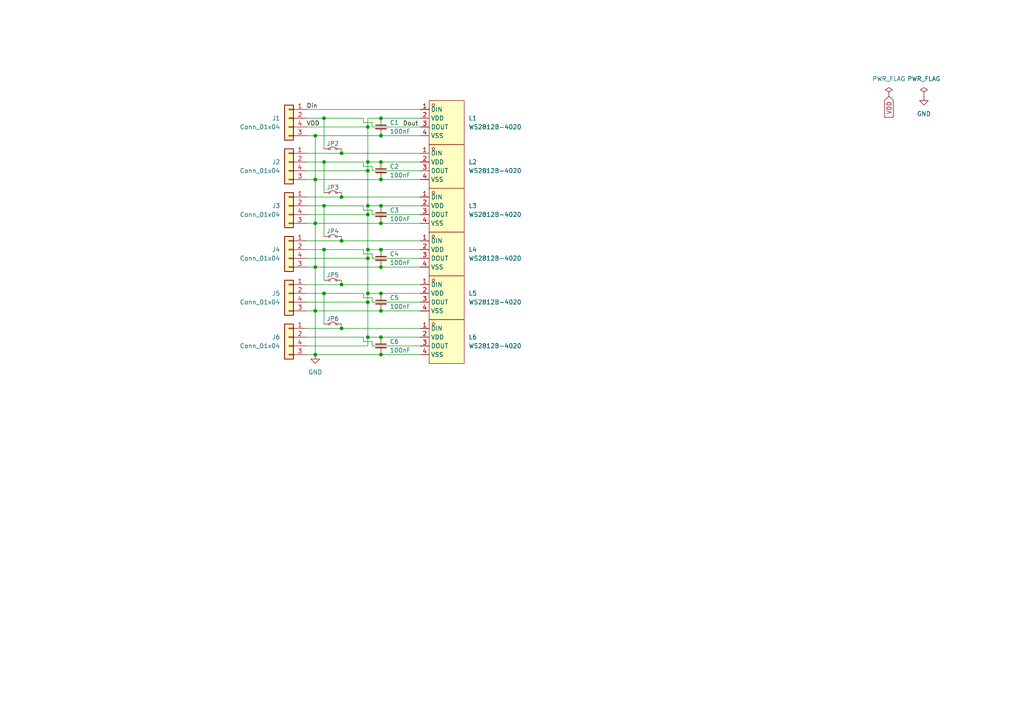
<source format=kicad_sch>
(kicad_sch (version 20231120) (generator "eeschema") (generator_version "8.0")
  (paper "A4")
  (lib_symbols
    (symbol "Device:C_Small" (pin_numbers hide) (pin_names (offset 0.254) hide)
      (property "Reference" "C" (at 0.254 1.778 0))
      (property "Value" "C_Small" (at 0.254 -2.032 0))
      (symbol "C_Small_0_1"
        (polyline (pts (xy -1.524 -0.508) (xy 1.524 -0.508)) (stroke (width 0.3302)))
        (polyline (pts (xy -1.524 0.508) (xy 1.524 0.508)) (stroke (width 0.3048)))
      )
      (symbol "C_Small_1_1"
        (pin passive line (at 0 2.54 270) (length 2.032) (name "~") (number "1"))
        (pin passive line (at 0 -2.54 90) (length 2.032) (name "~") (number "2"))
      )
    )
    (symbol "GND_1" (power) (pin_numbers hide) (pin_names (offset 0) hide)
      (property "Value" "GND" (at 0 -3.81 0))
      (symbol "GND_1_0_1"
        (polyline (pts (xy 0 0) (xy 0 -1.27) (xy 1.27 -1.27) (xy 0 -2.54) (xy -1.27 -1.27) (xy 0 -1.27)))
      )
      (symbol "GND_1_1_1"
        (pin power_in line (at 0 0 270) (length 0) (name "~") (number "1"))
      )
    )
    (symbol "Jumper:Jumper_2_Small_Bridged" (pin_numbers hide) (pin_names (offset 0) hide) (exclude_from_sim yes)
      (property "Reference" "JP" (at 0 2.032 0))
      (property "Value" "Jumper_2_Small_Bridged" (at 0 -2.286 0))
      (symbol "Jumper_2_Small_Bridged_0_0"
        (circle (center -1.016 0) (radius 0.254))
        (circle (center 1.016 0) (radius 0.254))
      )
      (symbol "Jumper_2_Small_Bridged_0_1"
        (arc (start 0.762 0.254) (mid 0 0.5696) (end -0.762 0.254))
      )
      (symbol "Jumper_2_Small_Bridged_1_1"
        (pin passive line (at -2.54 0 0) (length 1.27) (name "A") (number "1"))
        (pin passive line (at 2.54 0 180) (length 1.27) (name "B") (number "2"))
      )
    )
    (symbol "Library:Conn_01x04" (pin_names (offset 1.016) hide)
      (property "Reference" "J" (at 0 5.08 0))
      (property "Value" "Conn_01x04" (at 0 -7.62 0))
      (symbol "Conn_01x04_1_1"
        (rectangle (start -1.27 -4.953) (end 0 -5.207) (stroke (width 0.1524)))
        (rectangle (start -1.27 -2.413) (end 0 -2.667) (stroke (width 0.1524)))
        (rectangle (start -1.27 0.127) (end 0 -0.127) (stroke (width 0.1524)))
        (rectangle (start -1.27 2.667) (end 0 2.413) (stroke (width 0.1524)))
        (rectangle (start -1.27 3.81) (end 1.27 -6.35) (stroke (width 0.254)) (fill (type background)))
        (pin passive line (at -5.08 2.54 0) (length 3.81) (name "Pin_1") (number "1"))
        (pin passive line (at -5.08 0 0) (length 3.81) (name "Pin_2") (number "2"))
        (pin passive line (at -5.08 -5.08 0) (length 3.81) (name "Pin_3") (number "3"))
        (pin passive line (at -5.08 -2.54 0) (length 3.81) (name "Pin_4") (number "4"))
      )
    )
    (symbol "Library:WS2812B-4020"
      (property "Reference" "LED" (at 0 8.89 0))
      (property "Value" "WS2812B-4020" (at 0 -8.89 0))
      (symbol "WS2812B-4020_0_1"
        (rectangle (start -5.08 6.35) (end 5.08 -6.35) (fill (type background)))
        (circle (center -3.81 5.08) (radius 0.38))
        (pin unspecified line (at -7.62 3.81 0) (length 2.54) (name "DIN") (number "1"))
        (pin unspecified line (at -7.62 1.27 0) (length 2.54) (name "VDD") (number "2"))
        (pin unspecified line (at -7.62 -1.27 0) (length 2.54) (name "DOUT") (number "3"))
        (pin unspecified line (at -7.62 -3.81 0) (length 2.54) (name "VSS") (number "4"))
      )
    )
    (symbol "power:GND" (power) (pin_names (offset 0))
      (property "Value" "GND" (at 0 -3.81 0))
      (symbol "GND_0_1"
        (polyline (pts (xy 0 0) (xy 0 -1.27) (xy 1.27 -1.27) (xy 0 -2.54) (xy -1.27 -1.27) (xy 0 -1.27)))
      )
      (symbol "GND_1_1"
        (pin power_in line (at 0 0 270) (length 0) hide (name "GND") (number "1"))
      )
    )
    (symbol "power:PWR_FLAG" (power) (pin_numbers hide) (pin_names (offset 0) hide)
      (property "Value" "PWR_FLAG" (at 0 3.81 0))
      (symbol "PWR_FLAG_0_0"
        (pin power_out line (at 0 0 90) (length 0) (name "pwr") (number "1"))
      )
      (symbol "PWR_FLAG_0_1"
        (polyline (pts (xy 0 0) (xy 0 1.27) (xy -1.016 1.905) (xy 0 2.54) (xy 1.016 1.905) (xy 0 1.27)))
      )
    )
  )
  (junction (at 110.49 64.77))
  (junction (at 110.49 102.87))
  (junction (at 91.44 39.37))
  (junction (at 106.68 72.39))
  (junction (at 110.49 52.07))
  (junction (at 91.44 102.87))
  (junction (at 110.49 72.39))
  (junction (at 110.49 90.17))
  (junction (at 106.68 59.69))
  (junction (at 106.68 97.79))
  (junction (at 91.44 52.07))
  (junction (at 110.49 59.69))
  (junction (at 91.44 77.47))
  (junction (at 93.98 59.69))
  (junction (at 99.06 82.55))
  (junction (at 110.49 85.09))
  (junction (at 110.49 34.29))
  (junction (at 93.98 46.99))
  (junction (at 106.68 87.63))
  (junction (at 106.68 49.53))
  (junction (at 106.68 36.83))
  (junction (at 110.49 46.99))
  (junction (at 106.68 62.23))
  (junction (at 99.06 69.85))
  (junction (at 110.49 77.47))
  (junction (at 99.06 44.45))
  (junction (at 106.68 46.99))
  (junction (at 93.98 85.09))
  (junction (at 91.44 90.17))
  (junction (at 99.06 57.15))
  (junction (at 93.98 34.29))
  (junction (at 106.68 85.09))
  (junction (at 99.06 95.25))
  (junction (at 93.98 72.39))
  (junction (at 106.68 74.93))
  (junction (at 91.44 64.77))
  (junction (at 110.49 97.79))
  (junction (at 110.49 39.37))
  (wire (pts (xy 110.49 39.37) (xy 121.92 39.37)))
  (wire (pts (xy 99.06 93.98) (xy 99.06 95.25)))
  (wire (pts (xy 107.95 100.33) (xy 121.92 100.33)))
  (wire (pts (xy 99.06 57.15) (xy 121.92 57.15)))
  (wire (pts (xy 105.41 60.96) (xy 107.95 60.96)))
  (wire (pts (xy 93.98 72.39) (xy 93.98 81.28)))
  (wire (pts (xy 88.9 44.45) (xy 99.06 44.45)))
  (wire (pts (xy 105.41 86.36) (xy 107.95 86.36)))
  (wire (pts (xy 106.68 74.93) (xy 106.68 85.09)))
  (wire (pts (xy 105.41 48.26) (xy 107.95 48.26)))
  (wire (pts (xy 107.95 49.53) (xy 121.92 49.53)))
  (wire (pts (xy 110.49 90.17) (xy 121.92 90.17)))
  (wire (pts (xy 105.41 85.09) (xy 105.41 86.36)))
  (wire (pts (xy 110.49 52.07) (xy 121.92 52.07)))
  (wire (pts (xy 99.06 44.45) (xy 121.92 44.45)))
  (wire (pts (xy 93.98 59.69) (xy 105.41 59.69)))
  (wire (pts (xy 110.49 77.47) (xy 121.92 77.47)))
  (wire (pts (xy 107.95 99.06) (xy 107.95 100.33)))
  (wire (pts (xy 110.49 64.77) (xy 121.92 64.77)))
  (wire (pts (xy 91.44 102.87) (xy 110.49 102.87)))
  (wire (pts (xy 88.9 77.47) (xy 91.44 77.47)))
  (wire (pts (xy 106.68 100.33) (xy 106.68 97.79)))
  (wire (pts (xy 106.68 36.83) (xy 106.68 34.29)))
  (wire (pts (xy 91.44 90.17) (xy 110.49 90.17)))
  (wire (pts (xy 99.06 82.55) (xy 121.92 82.55)))
  (wire (pts (xy 106.68 34.29) (xy 110.49 34.29)))
  (wire (pts (xy 93.98 46.99) (xy 93.98 55.88)))
  (wire (pts (xy 88.9 62.23) (xy 106.68 62.23)))
  (wire (pts (xy 93.98 72.39) (xy 105.41 72.39)))
  (wire (pts (xy 107.95 35.56) (xy 107.95 36.83)))
  (wire (pts (xy 99.06 95.25) (xy 121.92 95.25)))
  (wire (pts (xy 91.44 64.77) (xy 91.44 77.47)))
  (wire (pts (xy 88.9 85.09) (xy 93.98 85.09)))
  (wire (pts (xy 91.44 77.47) (xy 91.44 90.17)))
  (wire (pts (xy 107.95 60.96) (xy 107.95 62.23)))
  (wire (pts (xy 107.95 48.26) (xy 107.95 49.53)))
  (wire (pts (xy 99.06 43.18) (xy 99.06 44.45)))
  (wire (pts (xy 93.98 59.69) (xy 93.98 68.58)))
  (wire (pts (xy 88.9 52.07) (xy 91.44 52.07)))
  (wire (pts (xy 91.44 52.07) (xy 110.49 52.07)))
  (wire (pts (xy 105.41 97.79) (xy 105.41 99.06)))
  (wire (pts (xy 106.68 46.99) (xy 110.49 46.99)))
  (wire (pts (xy 106.68 49.53) (xy 106.68 59.69)))
  (wire (pts (xy 91.44 90.17) (xy 91.44 102.87)))
  (wire (pts (xy 88.9 100.33) (xy 106.68 100.33)))
  (wire (pts (xy 110.49 46.99) (xy 121.92 46.99)))
  (wire (pts (xy 88.9 72.39) (xy 93.98 72.39)))
  (wire (pts (xy 106.68 97.79) (xy 110.49 97.79)))
  (wire (pts (xy 88.9 95.25) (xy 99.06 95.25)))
  (wire (pts (xy 88.9 46.99) (xy 93.98 46.99)))
  (wire (pts (xy 107.95 62.23) (xy 121.92 62.23)))
  (wire (pts (xy 93.98 85.09) (xy 93.98 93.98)))
  (wire (pts (xy 110.49 34.29) (xy 121.92 34.29)))
  (wire (pts (xy 106.68 87.63) (xy 106.68 97.79)))
  (wire (pts (xy 107.95 36.83) (xy 121.92 36.83)))
  (wire (pts (xy 107.95 87.63) (xy 121.92 87.63)))
  (wire (pts (xy 99.06 69.85) (xy 121.92 69.85)))
  (wire (pts (xy 88.9 82.55) (xy 99.06 82.55)))
  (wire (pts (xy 106.68 59.69) (xy 110.49 59.69)))
  (wire (pts (xy 107.95 86.36) (xy 107.95 87.63)))
  (wire (pts (xy 106.68 49.53) (xy 106.68 46.99)))
  (wire (pts (xy 88.9 97.79) (xy 105.41 97.79)))
  (wire (pts (xy 91.44 77.47) (xy 110.49 77.47)))
  (wire (pts (xy 93.98 46.99) (xy 105.41 46.99)))
  (wire (pts (xy 91.44 39.37) (xy 110.49 39.37)))
  (wire (pts (xy 93.98 34.29) (xy 93.98 43.18)))
  (wire (pts (xy 107.95 74.93) (xy 121.92 74.93)))
  (wire (pts (xy 105.41 34.29) (xy 105.41 35.56)))
  (wire (pts (xy 99.06 68.58) (xy 99.06 69.85)))
  (wire (pts (xy 110.49 59.69) (xy 121.92 59.69)))
  (wire (pts (xy 91.44 39.37) (xy 91.44 52.07)))
  (wire (pts (xy 106.68 87.63) (xy 106.68 85.09)))
  (wire (pts (xy 105.41 46.99) (xy 105.41 48.26)))
  (wire (pts (xy 91.44 52.07) (xy 91.44 64.77)))
  (wire (pts (xy 88.9 31.75) (xy 121.92 31.75)))
  (wire (pts (xy 110.49 72.39) (xy 121.92 72.39)))
  (wire (pts (xy 110.49 102.87) (xy 121.92 102.87)))
  (wire (pts (xy 88.9 90.17) (xy 91.44 90.17)))
  (wire (pts (xy 106.68 36.83) (xy 106.68 46.99)))
  (wire (pts (xy 88.9 69.85) (xy 99.06 69.85)))
  (wire (pts (xy 105.41 35.56) (xy 107.95 35.56)))
  (wire (pts (xy 93.98 34.29) (xy 105.41 34.29)))
  (wire (pts (xy 106.68 74.93) (xy 106.68 72.39)))
  (wire (pts (xy 88.9 102.87) (xy 91.44 102.87)))
  (wire (pts (xy 106.68 72.39) (xy 110.49 72.39)))
  (wire (pts (xy 105.41 99.06) (xy 107.95 99.06)))
  (wire (pts (xy 88.9 57.15) (xy 99.06 57.15)))
  (wire (pts (xy 105.41 72.39) (xy 105.41 73.66)))
  (wire (pts (xy 107.95 73.66) (xy 107.95 74.93)))
  (wire (pts (xy 106.68 85.09) (xy 110.49 85.09)))
  (wire (pts (xy 99.06 81.28) (xy 99.06 82.55)))
  (wire (pts (xy 99.06 55.88) (xy 99.06 57.15)))
  (wire (pts (xy 110.49 97.79) (xy 121.92 97.79)))
  (wire (pts (xy 106.68 62.23) (xy 106.68 72.39)))
  (wire (pts (xy 106.68 62.23) (xy 106.68 59.69)))
  (wire (pts (xy 91.44 64.77) (xy 110.49 64.77)))
  (wire (pts (xy 88.9 59.69) (xy 93.98 59.69)))
  (wire (pts (xy 105.41 59.69) (xy 105.41 60.96)))
  (wire (pts (xy 88.9 36.83) (xy 106.68 36.83)))
  (wire (pts (xy 88.9 49.53) (xy 106.68 49.53)))
  (wire (pts (xy 88.9 39.37) (xy 91.44 39.37)))
  (wire (pts (xy 88.9 87.63) (xy 106.68 87.63)))
  (wire (pts (xy 88.9 64.77) (xy 91.44 64.77)))
  (wire (pts (xy 105.41 73.66) (xy 107.95 73.66)))
  (wire (pts (xy 88.9 74.93) (xy 106.68 74.93)))
  (wire (pts (xy 88.9 34.29) (xy 93.98 34.29)))
  (wire (pts (xy 110.49 85.09) (xy 121.92 85.09)))
  (wire (pts (xy 93.98 85.09) (xy 105.41 85.09)))
  (label "Dout" (at 116.84 36.83 0))
  (label "Din" (at 88.9 31.75 0))
  (label "VDD" (at 88.9 36.83 0))
  (global_label "VDD" (shape input) (at 257.81 27.94 270) (property "Intersheetrefs" "${INTERSHEET_REFS}" (effects (hide yes))))
  (symbol (lib_id "Library:WS2812B-4020") (at 129.54 99.06 0) (unit 1)
    (property "Reference" "L6" (at 135.89 97.7899 0) (effects (justify left)))
    (property "Value" "WS2812B-4020" (at 135.89 100.3299 0) (effects (justify left)))
    (property "Footprint" "Library:LED-SMD_WS2812B-4020" (effects (hide yes)))
    (property "Datasheet" "https://lcsc.com/product-detail/Light-Emitting-Diodes-LED_Worldsemi-WS2812B-4020_C965557.html" (effects (hide yes)))
    (property "LCSC Part" "C965557" (effects (hide yes)))
  )
  (symbol (lib_id "power:GND") (at 267.97 27.94 0) (mirror y) (unit 1)
    (property "Reference" "#PWR01" (effects (hide yes)))
    (property "Value" "GND" (at 267.97 33.02 0))
  )
  (symbol (lib_id "Library:WS2812B-4020") (at 129.54 86.36 0) (unit 1)
    (property "Reference" "L5" (at 135.89 85.0899 0) (effects (justify left)))
    (property "Value" "WS2812B-4020" (at 135.89 87.6299 0) (effects (justify left)))
    (property "Footprint" "Library:LED-SMD_WS2812B-4020" (effects (hide yes)))
    (property "Datasheet" "https://lcsc.com/product-detail/Light-Emitting-Diodes-LED_Worldsemi-WS2812B-4020_C965557.html" (effects (hide yes)))
    (property "LCSC Part" "C965557" (effects (hide yes)))
  )
  (symbol (lib_id "Device:C_Small") (at 110.49 100.33 0) (unit 1)
    (property "Reference" "C6" (at 113.03 99.0663 0) (effects (justify left)))
    (property "Value" "100nF" (at 113.03 101.6063 0) (effects (justify left)))
    (property "Footprint" "Capacitor_SMD:C_0603_1608Metric" (effects (hide yes)))
  )
  (symbol (lib_id "Library:WS2812B-4020") (at 129.54 35.56 0) (unit 1)
    (property "Reference" "L1" (at 135.89 34.2899 0) (effects (justify left)))
    (property "Value" "WS2812B-4020" (at 135.89 36.8299 0) (effects (justify left)))
    (property "Footprint" "Library:LED-SMD_WS2812B-4020" (effects (hide yes)))
    (property "Datasheet" "https://lcsc.com/product-detail/Light-Emitting-Diodes-LED_Worldsemi-WS2812B-4020_C965557.html" (effects (hide yes)))
    (property "LCSC Part" "C965557" (effects (hide yes)))
  )
  (symbol (lib_id "Library:Conn_01x04") (at 83.82 34.29 0) (mirror y) (unit 1)
    (property "Reference" "J1" (at 81.28 34.2899 0) (effects (justify left)))
    (property "Value" "Conn_01x04" (at 81.28 36.8299 0) (effects (justify left)))
    (property "Footprint" "Library:HDR-SMD_4P-P1.27-V-M-R2-C2-S1.27-LS5.5" (effects (hide yes)))
    (property "Description" "Generic connector, single row, 01x04, script generated (kicad-library-utils/schlib/autogen/connector/)" (effects (hide yes)))
  )
  (symbol (lib_id "Library:Conn_01x04") (at 83.82 72.39 0) (mirror y) (unit 1)
    (property "Reference" "J4" (at 81.28 72.3899 0) (effects (justify left)))
    (property "Value" "Conn_01x04" (at 81.28 74.9299 0) (effects (justify left)))
    (property "Footprint" "Library:HDR-SMD_4P-P1.27-V-M-R2-C2-S1.27-LS5.5" (effects (hide yes)))
    (property "Description" "Generic connector, single row, 01x04, script generated (kicad-library-utils/schlib/autogen/connector/)" (effects (hide yes)))
  )
  (symbol (lib_id "Jumper:Jumper_2_Small_Bridged") (at 96.52 43.18 0) (unit 1) (exclude_from_sim yes)
    (property "Reference" "JP2" (at 96.52 41.656 0))
    (property "Value" "Jumper_2_Small_Bridged" (effects (hide yes)))
    (property "Footprint" "Jumper:SolderJumper-2_P1.3mm_Bridged_RoundedPad1.0x1.5mm" (effects (hide yes)))
    (property "Description" "Jumper, 2-pole, small symbol, bridged" (effects (hide yes)))
  )
  (symbol (lib_id "Jumper:Jumper_2_Small_Bridged") (at 96.52 55.88 0) (unit 1) (exclude_from_sim yes)
    (property "Reference" "JP3" (at 96.52 54.356 0))
    (property "Value" "Jumper_2_Small_Bridged" (effects (hide yes)))
    (property "Footprint" "Jumper:SolderJumper-2_P1.3mm_Bridged_RoundedPad1.0x1.5mm" (effects (hide yes)))
    (property "Description" "Jumper, 2-pole, small symbol, bridged" (effects (hide yes)))
  )
  (symbol (lib_id "power:PWR_FLAG") (at 267.97 27.94 0) (unit 1)
    (property "Reference" "#FLG02" (effects (hide yes)))
    (property "Value" "PWR_FLAG" (at 267.97 22.86 0))
  )
  (symbol (lib_id "Library:WS2812B-4020") (at 129.54 60.96 0) (unit 1)
    (property "Reference" "L3" (at 135.89 59.6899 0) (effects (justify left)))
    (property "Value" "WS2812B-4020" (at 135.89 62.2299 0) (effects (justify left)))
    (property "Footprint" "Library:LED-SMD_WS2812B-4020" (effects (hide yes)))
    (property "Datasheet" "https://lcsc.com/product-detail/Light-Emitting-Diodes-LED_Worldsemi-WS2812B-4020_C965557.html" (effects (hide yes)))
    (property "LCSC Part" "C965557" (effects (hide yes)))
  )
  (symbol (lib_id "Library:Conn_01x04") (at 83.82 97.79 0) (mirror y) (unit 1)
    (property "Reference" "J6" (at 81.28 97.7899 0) (effects (justify left)))
    (property "Value" "Conn_01x04" (at 81.28 100.3299 0) (effects (justify left)))
    (property "Footprint" "Library:HDR-SMD_4P-P1.27-V-M-R2-C2-S1.27-LS5.5" (effects (hide yes)))
    (property "Description" "Generic connector, single row, 01x04, script generated (kicad-library-utils/schlib/autogen/connector/)" (effects (hide yes)))
  )
  (symbol (lib_id "Device:C_Small") (at 110.49 74.93 0) (unit 1)
    (property "Reference" "C4" (at 113.03 73.6663 0) (effects (justify left)))
    (property "Value" "100nF" (at 113.03 76.2063 0) (effects (justify left)))
    (property "Footprint" "Capacitor_SMD:C_0603_1608Metric" (effects (hide yes)))
  )
  (symbol (lib_name "GND_1") (lib_id "power:GND") (at 91.44 102.87 0) (unit 1)
    (property "Reference" "#PWR02" (effects (hide yes)))
    (property "Value" "GND" (at 91.44 107.95 0))
    (property "Description" "Power symbol creates a global label with name \"GND\" , ground" (effects (hide yes)))
  )
  (symbol (lib_id "Device:C_Small") (at 110.49 87.63 0) (unit 1)
    (property "Reference" "C5" (at 113.03 86.3663 0) (effects (justify left)))
    (property "Value" "100nF" (at 113.03 88.9063 0) (effects (justify left)))
    (property "Footprint" "Capacitor_SMD:C_0603_1608Metric" (effects (hide yes)))
  )
  (symbol (lib_id "Library:WS2812B-4020") (at 129.54 73.66 0) (unit 1)
    (property "Reference" "L4" (at 135.89 72.3899 0) (effects (justify left)))
    (property "Value" "WS2812B-4020" (at 135.89 74.9299 0) (effects (justify left)))
    (property "Footprint" "Library:LED-SMD_WS2812B-4020" (effects (hide yes)))
    (property "Datasheet" "https://lcsc.com/product-detail/Light-Emitting-Diodes-LED_Worldsemi-WS2812B-4020_C965557.html" (effects (hide yes)))
    (property "LCSC Part" "C965557" (effects (hide yes)))
  )
  (symbol (lib_id "power:PWR_FLAG") (at 257.81 27.94 0) (unit 1)
    (property "Reference" "#FLG01" (effects (hide yes)))
    (property "Value" "PWR_FLAG" (at 257.81 22.86 0))
  )
  (symbol (lib_id "Jumper:Jumper_2_Small_Bridged") (at 96.52 81.28 0) (unit 1) (exclude_from_sim yes)
    (property "Reference" "JP5" (at 96.52 79.756 0))
    (property "Value" "Jumper_2_Small_Bridged" (effects (hide yes)))
    (property "Footprint" "Jumper:SolderJumper-2_P1.3mm_Bridged_RoundedPad1.0x1.5mm" (effects (hide yes)))
    (property "Description" "Jumper, 2-pole, small symbol, bridged" (effects (hide yes)))
  )
  (symbol (lib_id "Library:WS2812B-4020") (at 129.54 48.26 0) (unit 1)
    (property "Reference" "L2" (at 135.89 46.9899 0) (effects (justify left)))
    (property "Value" "WS2812B-4020" (at 135.89 49.5299 0) (effects (justify left)))
    (property "Footprint" "Library:LED-SMD_WS2812B-4020" (effects (hide yes)))
    (property "Datasheet" "https://lcsc.com/product-detail/Light-Emitting-Diodes-LED_Worldsemi-WS2812B-4020_C965557.html" (effects (hide yes)))
    (property "LCSC Part" "C965557" (effects (hide yes)))
  )
  (symbol (lib_id "Library:Conn_01x04") (at 83.82 46.99 0) (mirror y) (unit 1)
    (property "Reference" "J2" (at 81.28 46.9899 0) (effects (justify left)))
    (property "Value" "Conn_01x04" (at 81.28 49.5299 0) (effects (justify left)))
    (property "Footprint" "Library:HDR-SMD_4P-P1.27-V-M-R2-C2-S1.27-LS5.5" (effects (hide yes)))
    (property "Description" "Generic connector, single row, 01x04, script generated (kicad-library-utils/schlib/autogen/connector/)" (effects (hide yes)))
  )
  (symbol (lib_id "Device:C_Small") (at 110.49 62.23 0) (unit 1)
    (property "Reference" "C3" (at 113.03 60.9663 0) (effects (justify left)))
    (property "Value" "100nF" (at 113.03 63.5063 0) (effects (justify left)))
    (property "Footprint" "Capacitor_SMD:C_0603_1608Metric" (effects (hide yes)))
  )
  (symbol (lib_id "Library:Conn_01x04") (at 83.82 59.69 0) (mirror y) (unit 1)
    (property "Reference" "J3" (at 81.28 59.6899 0) (effects (justify left)))
    (property "Value" "Conn_01x04" (at 81.28 62.2299 0) (effects (justify left)))
    (property "Footprint" "Library:HDR-SMD_4P-P1.27-V-M-R2-C2-S1.27-LS5.5" (effects (hide yes)))
    (property "Description" "Generic connector, single row, 01x04, script generated (kicad-library-utils/schlib/autogen/connector/)" (effects (hide yes)))
  )
  (symbol (lib_id "Device:C_Small") (at 110.49 49.53 0) (unit 1)
    (property "Reference" "C2" (at 113.03 48.2663 0) (effects (justify left)))
    (property "Value" "100nF" (at 113.03 50.8063 0) (effects (justify left)))
    (property "Footprint" "Capacitor_SMD:C_0603_1608Metric" (effects (hide yes)))
  )
  (symbol (lib_id "Jumper:Jumper_2_Small_Bridged") (at 96.52 93.98 0) (unit 1) (exclude_from_sim yes)
    (property "Reference" "JP6" (at 96.52 92.456 0))
    (property "Value" "Jumper_2_Small_Bridged" (effects (hide yes)))
    (property "Footprint" "Jumper:SolderJumper-2_P1.3mm_Bridged_RoundedPad1.0x1.5mm" (effects (hide yes)))
    (property "Description" "Jumper, 2-pole, small symbol, bridged" (effects (hide yes)))
  )
  (symbol (lib_id "Library:Conn_01x04") (at 83.82 85.09 0) (mirror y) (unit 1)
    (property "Reference" "J5" (at 81.28 85.0899 0) (effects (justify left)))
    (property "Value" "Conn_01x04" (at 81.28 87.6299 0) (effects (justify left)))
    (property "Footprint" "Library:HDR-SMD_4P-P1.27-V-M-R2-C2-S1.27-LS5.5" (effects (hide yes)))
    (property "Description" "Generic connector, single row, 01x04, script generated (kicad-library-utils/schlib/autogen/connector/)" (effects (hide yes)))
  )
  (symbol (lib_id "Jumper:Jumper_2_Small_Bridged") (at 96.52 68.58 0) (unit 1) (exclude_from_sim yes)
    (property "Reference" "JP4" (at 96.52 67.056 0))
    (property "Value" "Jumper_2_Small_Bridged" (effects (hide yes)))
    (property "Footprint" "Jumper:SolderJumper-2_P1.3mm_Bridged_RoundedPad1.0x1.5mm" (effects (hide yes)))
    (property "Description" "Jumper, 2-pole, small symbol, bridged" (effects (hide yes)))
  )
  (symbol (lib_id "Device:C_Small") (at 110.49 36.83 0) (unit 1)
    (property "Reference" "C1" (at 113.03 35.5663 0) (effects (justify left)))
    (property "Value" "100nF" (at 113.03 38.1063 0) (effects (justify left)))
    (property "Footprint" "Capacitor_SMD:C_0603_1608Metric" (effects (hide yes)))
  )
)
</source>
